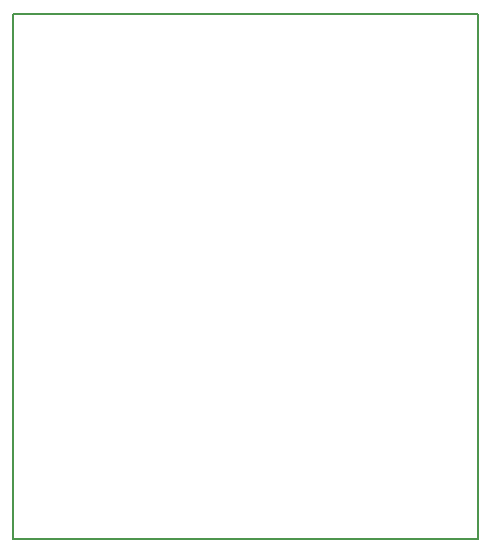
<source format=gbr>
G04 #@! TF.FileFunction,Profile,NP*
%FSLAX46Y46*%
G04 Gerber Fmt 4.6, Leading zero omitted, Abs format (unit mm)*
G04 Created by KiCad (PCBNEW 4.0.7) date 03/25/18 14:44:14*
%MOMM*%
%LPD*%
G01*
G04 APERTURE LIST*
%ADD10C,0.100000*%
%ADD11C,0.150000*%
G04 APERTURE END LIST*
D10*
D11*
X201930000Y-132080000D02*
X196850000Y-132080000D01*
X201930000Y-124460000D02*
X201930000Y-132080000D01*
X162560000Y-87630000D02*
X201930000Y-87630000D01*
X162560000Y-132080000D02*
X162560000Y-87630000D01*
X196850000Y-132080000D02*
X162560000Y-132080000D01*
X201930000Y-87630000D02*
X201930000Y-124460000D01*
M02*

</source>
